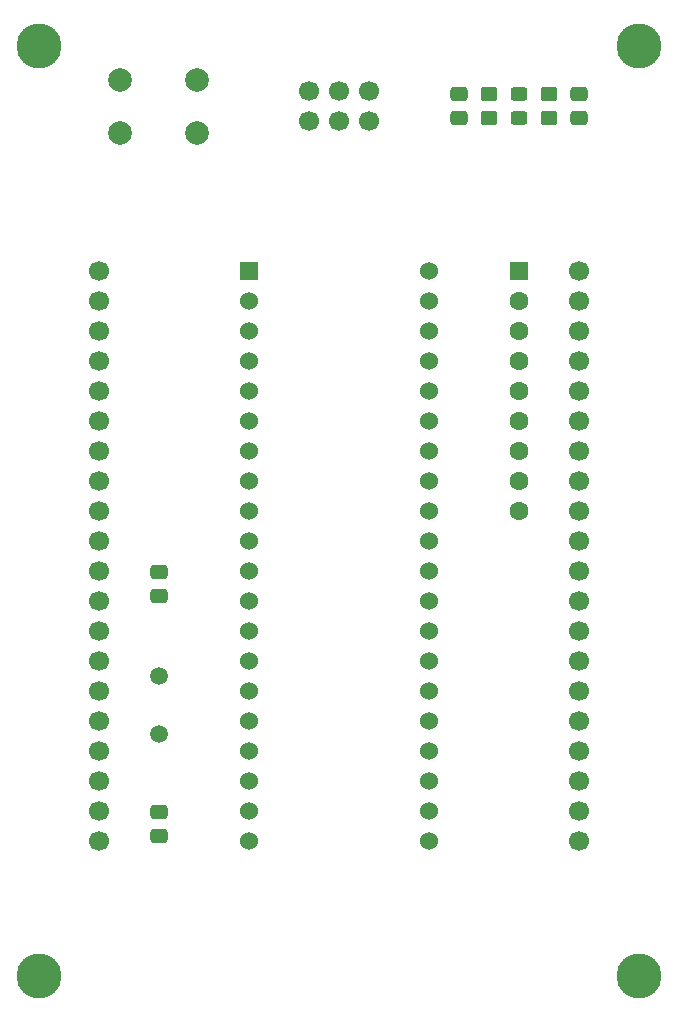
<source format=gbr>
%TF.GenerationSoftware,KiCad,Pcbnew,9.0.4*%
%TF.CreationDate,2025-10-06T17:00:54-04:00*%
%TF.ProjectId,8051_breakout,38303531-5f62-4726-9561-6b6f75742e6b,rev?*%
%TF.SameCoordinates,Original*%
%TF.FileFunction,Soldermask,Top*%
%TF.FilePolarity,Negative*%
%FSLAX46Y46*%
G04 Gerber Fmt 4.6, Leading zero omitted, Abs format (unit mm)*
G04 Created by KiCad (PCBNEW 9.0.4) date 2025-10-06 17:00:54*
%MOMM*%
%LPD*%
G01*
G04 APERTURE LIST*
G04 Aperture macros list*
%AMRoundRect*
0 Rectangle with rounded corners*
0 $1 Rounding radius*
0 $2 $3 $4 $5 $6 $7 $8 $9 X,Y pos of 4 corners*
0 Add a 4 corners polygon primitive as box body*
4,1,4,$2,$3,$4,$5,$6,$7,$8,$9,$2,$3,0*
0 Add four circle primitives for the rounded corners*
1,1,$1+$1,$2,$3*
1,1,$1+$1,$4,$5*
1,1,$1+$1,$6,$7*
1,1,$1+$1,$8,$9*
0 Add four rect primitives between the rounded corners*
20,1,$1+$1,$2,$3,$4,$5,0*
20,1,$1+$1,$4,$5,$6,$7,0*
20,1,$1+$1,$6,$7,$8,$9,0*
20,1,$1+$1,$8,$9,$2,$3,0*%
G04 Aperture macros list end*
%ADD10C,1.700000*%
%ADD11RoundRect,0.250000X0.450000X-0.350000X0.450000X0.350000X-0.450000X0.350000X-0.450000X-0.350000X0*%
%ADD12C,1.500000*%
%ADD13C,3.800000*%
%ADD14R,1.600000X1.600000*%
%ADD15C,1.600000*%
%ADD16RoundRect,0.250000X-0.475000X0.337500X-0.475000X-0.337500X0.475000X-0.337500X0.475000X0.337500X0*%
%ADD17RoundRect,0.250000X0.475000X-0.337500X0.475000X0.337500X-0.475000X0.337500X-0.475000X-0.337500X0*%
%ADD18RoundRect,0.250000X0.450000X-0.325000X0.450000X0.325000X-0.450000X0.325000X-0.450000X-0.325000X0*%
%ADD19C,2.000000*%
%ADD20R,1.524000X1.524000*%
%ADD21C,1.524000*%
G04 APERTURE END LIST*
D10*
%TO.C,J3*%
X109220000Y-59690000D03*
X111760000Y-59690000D03*
X114300000Y-59690000D03*
X114300000Y-57150000D03*
X111760000Y-57150000D03*
X109220000Y-57150000D03*
%TD*%
D11*
%TO.C,R1*%
X124460000Y-59420000D03*
X124460000Y-57420000D03*
%TD*%
D12*
%TO.C,Y1*%
X96520000Y-106680000D03*
X96520000Y-111560000D03*
%TD*%
D13*
%TO.C,H2*%
X137160000Y-53340000D03*
%TD*%
D14*
%TO.C,RN1*%
X127000000Y-72390000D03*
D15*
X127000000Y-74930000D03*
X127000000Y-77470000D03*
X127000000Y-80010000D03*
X127000000Y-82550000D03*
X127000000Y-85090000D03*
X127000000Y-87630000D03*
X127000000Y-90170000D03*
X127000000Y-92710000D03*
%TD*%
D10*
%TO.C,J2*%
X132080000Y-72390000D03*
X132080000Y-74930000D03*
X132080000Y-77470000D03*
X132080000Y-80010000D03*
X132080000Y-82550000D03*
X132080000Y-85090000D03*
X132080000Y-87630000D03*
X132080000Y-90170000D03*
X132080000Y-92710000D03*
X132080000Y-95250000D03*
X132080000Y-97790000D03*
X132080000Y-100330000D03*
X132080000Y-102870000D03*
X132080000Y-105410000D03*
X132080000Y-107950000D03*
X132080000Y-110490000D03*
X132080000Y-113030000D03*
X132080000Y-115570000D03*
X132080000Y-118110000D03*
X132080000Y-120650000D03*
%TD*%
D13*
%TO.C,H3*%
X86360000Y-132080000D03*
%TD*%
%TO.C,H4*%
X137160000Y-132080000D03*
%TD*%
D16*
%TO.C,C4*%
X121920000Y-57382500D03*
X121920000Y-59457500D03*
%TD*%
D17*
%TO.C,C1*%
X132080000Y-59457500D03*
X132080000Y-57382500D03*
%TD*%
D18*
%TO.C,D2*%
X127000000Y-59445000D03*
X127000000Y-57395000D03*
%TD*%
D13*
%TO.C,H1*%
X86360000Y-53340000D03*
%TD*%
D10*
%TO.C,J1*%
X91440000Y-72390000D03*
X91440000Y-74930000D03*
X91440000Y-77470000D03*
X91440000Y-80010000D03*
X91440000Y-82550000D03*
X91440000Y-85090000D03*
X91440000Y-87630000D03*
X91440000Y-90170000D03*
X91440000Y-92710000D03*
X91440000Y-95250000D03*
X91440000Y-97790000D03*
X91440000Y-100330000D03*
X91440000Y-102870000D03*
X91440000Y-105410000D03*
X91440000Y-107950000D03*
X91440000Y-110490000D03*
X91440000Y-113030000D03*
X91440000Y-115570000D03*
X91440000Y-118110000D03*
X91440000Y-120650000D03*
%TD*%
D16*
%TO.C,C3*%
X96520000Y-118142500D03*
X96520000Y-120217500D03*
%TD*%
D19*
%TO.C,SW1*%
X93270000Y-56170000D03*
X99770000Y-56170000D03*
X93270000Y-60670000D03*
X99770000Y-60670000D03*
%TD*%
D11*
%TO.C,R4*%
X129540000Y-59420000D03*
X129540000Y-57420000D03*
%TD*%
D20*
%TO.C,U1*%
X104140000Y-72390000D03*
D21*
X104140000Y-74930000D03*
X104140000Y-77470000D03*
X104140000Y-80010000D03*
X104140000Y-82550000D03*
X104140000Y-85090000D03*
X104140000Y-87630000D03*
X104140000Y-90170000D03*
X104140000Y-92710000D03*
X104140000Y-95250000D03*
X104140000Y-97790000D03*
X104140000Y-100330000D03*
X104140000Y-102870000D03*
X104140000Y-105410000D03*
X104140000Y-107950000D03*
X104140000Y-110490000D03*
X104140000Y-113030000D03*
X104140000Y-115570000D03*
X104140000Y-118110000D03*
X104140000Y-120650000D03*
X119380000Y-120650000D03*
X119380000Y-118110000D03*
X119380000Y-115570000D03*
X119380000Y-113030000D03*
X119380000Y-110490000D03*
X119380000Y-107950000D03*
X119380000Y-105410000D03*
X119380000Y-102870000D03*
X119380000Y-100330000D03*
X119380000Y-97790000D03*
X119380000Y-95250000D03*
X119380000Y-92710000D03*
X119380000Y-90170000D03*
X119380000Y-87630000D03*
X119380000Y-85090000D03*
X119380000Y-82550000D03*
X119380000Y-80010000D03*
X119380000Y-77470000D03*
X119380000Y-74930000D03*
X119380000Y-72390000D03*
%TD*%
D17*
%TO.C,C2*%
X96520000Y-99897500D03*
X96520000Y-97822500D03*
%TD*%
M02*

</source>
